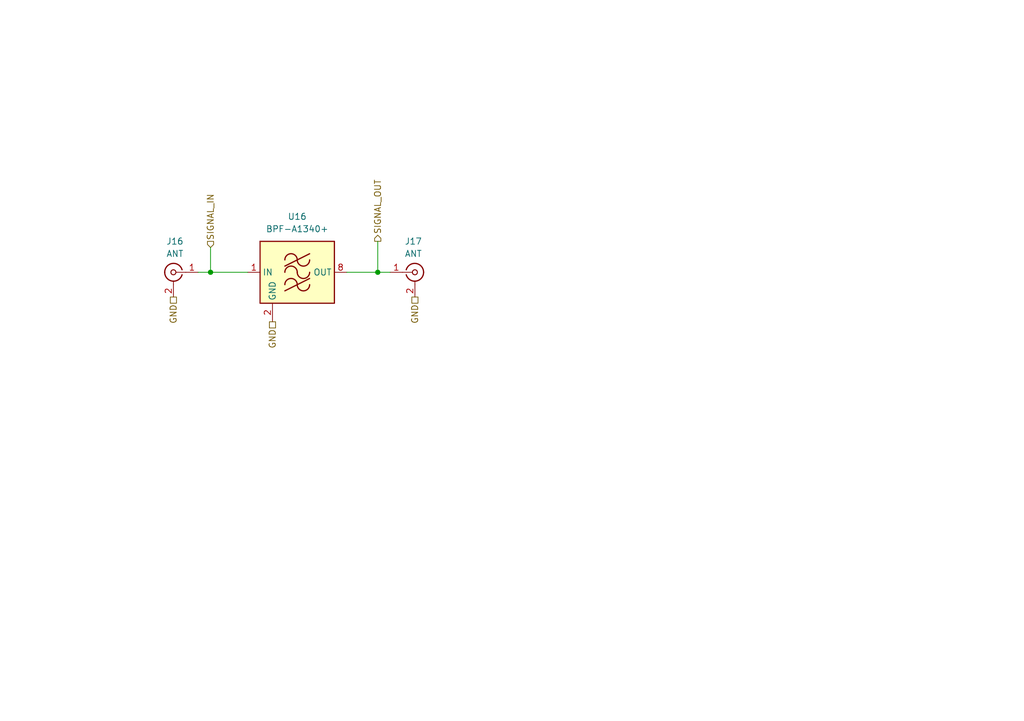
<source format=kicad_sch>
(kicad_sch (version 20231120) (generator "eeschema") (generator_version "8.0")
  (paper "A5")
  (title_block (title "SMDFilter") (date "2025-04-08") (rev "v1.0"))
  (lib_symbols
    (symbol "Connector:Conn_Coaxial" (pin_names (offset 1.016) hide)
      (property "Reference" "J" (at 0.254 3.048 0))
      (property "Value" "Conn_Coaxial" (at 2.921 0 90))
      (symbol "Conn_Coaxial_0_1"
        (arc (start -1.778 -0.508) (mid 0.2311 -1.8066) (end 1.778 0) (stroke (width 0.254)))
        (polyline (pts (xy -2.54 0) (xy -0.508 0)))
        (polyline (pts (xy 0 -2.54) (xy 0 -1.778)))
        (circle (center 0 0) (radius 0.508) (stroke (width 0.2032)))
        (arc (start 1.778 0) (mid 0.2099 1.8101) (end -1.778 0.508) (stroke (width 0.254)))
      )
      (symbol "Conn_Coaxial_1_1"
        (pin passive line (at -5.08 0 0) (length 2.54) (name "In") (number "1"))
        (pin passive line (at 0 -5.08 90) (length 2.54) (name "Ext") (number "2"))
      )
    )
    (symbol "RF_Filter:BPF-A355"
      (property "Reference" "U" (at -6.35 7.62 0))
      (property "Value" "BPF-A355" (at 6.35 7.62 0))
      (symbol "BPF-A355_0_1"
        (rectangle (start -7.62 6.35) (end 7.62 -6.35) (stroke (width 0.254)) (fill (type background)))
        (arc (start 0 -2.54) (mid -1.27 -1.2755) (end -2.54 -2.54) (stroke (width 0.254)))
        (arc (start 0 -2.54) (mid 1.27 -3.8045) (end 2.54 -2.54) (stroke (width 0.254)))
        (arc (start 0 0) (mid -1.27 1.2645) (end -2.54 0) (stroke (width 0.254)))
        (polyline (pts (xy -2.54 -3.81) (xy 2.54 -1.27)) (stroke (width 0.254)))
        (polyline (pts (xy -2.54 1.27) (xy 2.54 3.81)) (stroke (width 0.254)))
        (arc (start 0 0) (mid 1.27 -1.2645) (end 2.54 0) (stroke (width 0.254)))
        (arc (start 0 2.54) (mid -1.27 3.8045) (end -2.54 2.54) (stroke (width 0.254)))
        (arc (start 0 2.54) (mid 1.27 1.2755) (end 2.54 2.54) (stroke (width 0.254)))
      )
      (symbol "BPF-A355_1_1"
        (pin input line (at -10.16 0 0) (length 2.54) (name "IN") (number "1"))
        (pin passive line (at -5.08 -10.16 90) (length 3.81) hide (name "GND") (number "10"))
        (pin passive line (at -5.08 -10.16 90) (length 3.81) hide (name "GND") (number "11"))
        (pin passive line (at -5.08 -10.16 90) (length 3.81) hide (name "GND") (number "12"))
        (pin passive line (at -5.08 -10.16 90) (length 3.81) hide (name "GND") (number "13"))
        (pin passive line (at -5.08 -10.16 90) (length 3.81) hide (name "GND") (number "14"))
        (pin power_in line (at -5.08 -10.16 90) (length 3.81) (name "GND") (number "2"))
        (pin passive line (at -5.08 -10.16 90) (length 3.81) hide (name "GND") (number "3"))
        (pin passive line (at -5.08 -10.16 90) (length 3.81) hide (name "GND") (number "4"))
        (pin passive line (at -5.08 -10.16 90) (length 3.81) hide (name "GND") (number "5"))
        (pin passive line (at -5.08 -10.16 90) (length 3.81) hide (name "GND") (number "6"))
        (pin passive line (at -5.08 -10.16 90) (length 3.81) hide (name "GND") (number "7"))
        (pin output line (at 10.16 0 180) (length 2.54) (name "OUT") (number "8"))
        (pin passive line (at -5.08 -10.16 90) (length 3.81) hide (name "GND") (number "9"))
      )
    )
  )
  (junction (at 77.47 55.88))
  (junction (at 43.18 55.88))
  (wire (pts (xy 40.64 55.88) (xy 43.18 55.88)))
  (wire (pts (xy 77.47 49.53) (xy 77.47 55.88)))
  (wire (pts (xy 77.47 55.88) (xy 80.01 55.88)))
  (wire (pts (xy 71.12 55.88) (xy 77.47 55.88)))
  (wire (pts (xy 43.18 50.8) (xy 43.18 55.88)))
  (wire (pts (xy 43.18 55.88) (xy 50.8 55.88)))
  (hierarchical_label "GND" (shape passive) (at 85.09 60.96 270))
  (hierarchical_label "GND" (shape passive) (at 55.88 66.04 270))
  (hierarchical_label "GND" (shape passive) (at 35.56 60.96 270))
  (hierarchical_label "SIGNAL_IN" (shape input) (at 43.18 50.8 90))
  (hierarchical_label "SIGNAL_OUT" (shape output) (at 77.47 49.53 90))
  (symbol (lib_id "Connector:Conn_Coaxial") (at 85.09 55.88 0) (unit 1)
    (property "Reference" "J17" (at 84.7726 49.53 0))
    (property "Value" "ANT" (at 84.7726 52.07 0))
    (property "Footprint" "Library:CONN_142-0711-821_CIN" (effects (hide yes)))
    (property "Description" "coaxial connector (BNC, SMA, SMB, SMC, Cinch/RCA, LEMO, ...)" (effects (hide yes)))
  )
  (symbol (lib_id "RF_Filter:BPF-A355") (at 60.96 55.88 0) (unit 1)
    (property "Reference" "U16" (at 60.96 44.45 0))
    (property "Value" "BPF-A1340+" (at 60.96 46.99 0))
    (property "Footprint" "RF_Mini-Circuits:Mini-Circuits_HQ1157" (effects (hide yes)))
    (property "Datasheet" "https://www.minicircuits.com/pdfs/BPF-A355+.pdf" (effects (hide yes)))
    (property "Description" "Bandpass Filter, 310 to 400 MHz, 50 Ohm, Mini-Circuits HQ1157" (effects (hide yes)))
  )
  (symbol (lib_id "Connector:Conn_Coaxial") (at 35.56 55.88 0) (mirror y) (unit 1)
    (property "Reference" "J16" (at 35.8774 49.53 0))
    (property "Value" "ANT" (at 35.8774 52.07 0))
    (property "Footprint" "Library:CONN_142-0711-821_CIN" (effects (hide yes)))
    (property "Description" "coaxial connector (BNC, SMA, SMB, SMC, Cinch/RCA, LEMO, ...)" (effects (hide yes)))
  )
)
</source>
